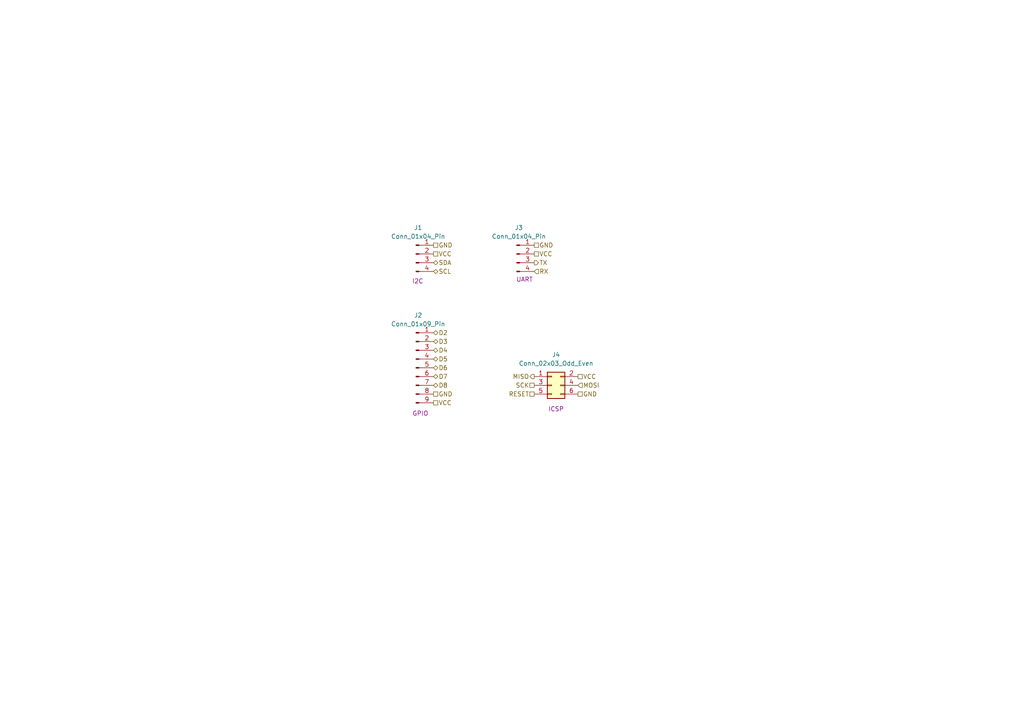
<source format=kicad_sch>
(kicad_sch (version 20231120) (generator "eeschema") (generator_version "8.0")
  (paper "A4")
  (lib_symbols
    (symbol "Connector:Conn_01x04_Pin" (pin_names (offset 1.016) hide)
      (property "Reference" "J" (at 0 5.08 0))
      (property "Value" "Conn_01x04_Pin" (at 0 -7.62 0))
      (symbol "Conn_01x04_Pin_1_1"
        (polyline (pts (xy 1.27 -5.08) (xy 0.8636 -5.08)) (stroke (width 0.1524)))
        (polyline (pts (xy 1.27 -2.54) (xy 0.8636 -2.54)) (stroke (width 0.1524)))
        (polyline (pts (xy 1.27 0) (xy 0.8636 0)) (stroke (width 0.1524)))
        (polyline (pts (xy 1.27 2.54) (xy 0.8636 2.54)) (stroke (width 0.1524)))
        (rectangle (start 0.8636 -4.953) (end 0 -5.207) (stroke (width 0.1524)) (fill (type outline)))
        (rectangle (start 0.8636 -2.413) (end 0 -2.667) (stroke (width 0.1524)) (fill (type outline)))
        (rectangle (start 0.8636 0.127) (end 0 -0.127) (stroke (width 0.1524)) (fill (type outline)))
        (rectangle (start 0.8636 2.667) (end 0 2.413) (stroke (width 0.1524)) (fill (type outline)))
        (pin passive line (at 5.08 2.54 180) (length 3.81) (name "Pin_1") (number "1"))
        (pin passive line (at 5.08 0 180) (length 3.81) (name "Pin_2") (number "2"))
        (pin passive line (at 5.08 -2.54 180) (length 3.81) (name "Pin_3") (number "3"))
        (pin passive line (at 5.08 -5.08 180) (length 3.81) (name "Pin_4") (number "4"))
      )
    )
    (symbol "Connector:Conn_01x09_Pin" (pin_names (offset 1.016) hide)
      (property "Reference" "J" (at 0 12.7 0))
      (property "Value" "Conn_01x09_Pin" (at 0 -12.7 0))
      (symbol "Conn_01x09_Pin_1_1"
        (polyline (pts (xy 1.27 -10.16) (xy 0.8636 -10.16)) (stroke (width 0.1524)))
        (polyline (pts (xy 1.27 -7.62) (xy 0.8636 -7.62)) (stroke (width 0.1524)))
        (polyline (pts (xy 1.27 -5.08) (xy 0.8636 -5.08)) (stroke (width 0.1524)))
        (polyline (pts (xy 1.27 -2.54) (xy 0.8636 -2.54)) (stroke (width 0.1524)))
        (polyline (pts (xy 1.27 0) (xy 0.8636 0)) (stroke (width 0.1524)))
        (polyline (pts (xy 1.27 2.54) (xy 0.8636 2.54)) (stroke (width 0.1524)))
        (polyline (pts (xy 1.27 5.08) (xy 0.8636 5.08)) (stroke (width 0.1524)))
        (polyline (pts (xy 1.27 7.62) (xy 0.8636 7.62)) (stroke (width 0.1524)))
        (polyline (pts (xy 1.27 10.16) (xy 0.8636 10.16)) (stroke (width 0.1524)))
        (rectangle (start 0.8636 -10.033) (end 0 -10.287) (stroke (width 0.1524)) (fill (type outline)))
        (rectangle (start 0.8636 -7.493) (end 0 -7.747) (stroke (width 0.1524)) (fill (type outline)))
        (rectangle (start 0.8636 -4.953) (end 0 -5.207) (stroke (width 0.1524)) (fill (type outline)))
        (rectangle (start 0.8636 -2.413) (end 0 -2.667) (stroke (width 0.1524)) (fill (type outline)))
        (rectangle (start 0.8636 0.127) (end 0 -0.127) (stroke (width 0.1524)) (fill (type outline)))
        (rectangle (start 0.8636 2.667) (end 0 2.413) (stroke (width 0.1524)) (fill (type outline)))
        (rectangle (start 0.8636 5.207) (end 0 4.953) (stroke (width 0.1524)) (fill (type outline)))
        (rectangle (start 0.8636 7.747) (end 0 7.493) (stroke (width 0.1524)) (fill (type outline)))
        (rectangle (start 0.8636 10.287) (end 0 10.033) (stroke (width 0.1524)) (fill (type outline)))
        (pin passive line (at 5.08 10.16 180) (length 3.81) (name "Pin_1") (number "1"))
        (pin passive line (at 5.08 7.62 180) (length 3.81) (name "Pin_2") (number "2"))
        (pin passive line (at 5.08 5.08 180) (length 3.81) (name "Pin_3") (number "3"))
        (pin passive line (at 5.08 2.54 180) (length 3.81) (name "Pin_4") (number "4"))
        (pin passive line (at 5.08 0 180) (length 3.81) (name "Pin_5") (number "5"))
        (pin passive line (at 5.08 -2.54 180) (length 3.81) (name "Pin_6") (number "6"))
        (pin passive line (at 5.08 -5.08 180) (length 3.81) (name "Pin_7") (number "7"))
        (pin passive line (at 5.08 -7.62 180) (length 3.81) (name "Pin_8") (number "8"))
        (pin passive line (at 5.08 -10.16 180) (length 3.81) (name "Pin_9") (number "9"))
      )
    )
    (symbol "Connector_Generic:Conn_02x03_Odd_Even" (pin_names (offset 1.016) hide)
      (property "Reference" "J" (at 1.27 5.08 0))
      (property "Value" "Conn_02x03_Odd_Even" (at 1.27 -5.08 0))
      (symbol "Conn_02x03_Odd_Even_1_1"
        (rectangle (start -1.27 -2.413) (end 0 -2.667) (stroke (width 0.1524)))
        (rectangle (start -1.27 0.127) (end 0 -0.127) (stroke (width 0.1524)))
        (rectangle (start -1.27 2.667) (end 0 2.413) (stroke (width 0.1524)))
        (rectangle (start -1.27 3.81) (end 3.81 -3.81) (stroke (width 0.254)) (fill (type background)))
        (rectangle (start 3.81 -2.413) (end 2.54 -2.667) (stroke (width 0.1524)))
        (rectangle (start 3.81 0.127) (end 2.54 -0.127) (stroke (width 0.1524)))
        (rectangle (start 3.81 2.667) (end 2.54 2.413) (stroke (width 0.1524)))
        (pin passive line (at -5.08 2.54 0) (length 3.81) (name "Pin_1") (number "1"))
        (pin passive line (at 7.62 2.54 180) (length 3.81) (name "Pin_2") (number "2"))
        (pin passive line (at -5.08 0 0) (length 3.81) (name "Pin_3") (number "3"))
        (pin passive line (at 7.62 0 180) (length 3.81) (name "Pin_4") (number "4"))
        (pin passive line (at -5.08 -2.54 0) (length 3.81) (name "Pin_5") (number "5"))
        (pin passive line (at 7.62 -2.54 180) (length 3.81) (name "Pin_6") (number "6"))
      )
    )
  )
  (hierarchical_label "D2" (shape bidirectional) (at 125.73 96.52 0))
  (hierarchical_label "VCC" (shape passive) (at 125.73 73.66 0))
  (hierarchical_label "RX" (shape input) (at 154.94 78.74 0))
  (hierarchical_label "SCL" (shape bidirectional) (at 125.73 78.74 0))
  (hierarchical_label "VCC" (shape passive) (at 154.94 73.66 0))
  (hierarchical_label "D3" (shape bidirectional) (at 125.73 99.06 0))
  (hierarchical_label "D8" (shape bidirectional) (at 125.73 111.76 0))
  (hierarchical_label "GND" (shape passive) (at 125.73 114.3 0))
  (hierarchical_label "MISO" (shape output) (at 154.94 109.22 180))
  (hierarchical_label "VCC" (shape passive) (at 167.64 109.22 0))
  (hierarchical_label "RESET" (shape passive) (at 154.94 114.3 180))
  (hierarchical_label "VCC" (shape passive) (at 125.73 116.84 0))
  (hierarchical_label "GND" (shape passive) (at 167.64 114.3 0))
  (hierarchical_label "D5" (shape bidirectional) (at 125.73 104.14 0))
  (hierarchical_label "SDA" (shape bidirectional) (at 125.73 76.2 0))
  (hierarchical_label "GND" (shape passive) (at 125.73 71.12 0))
  (hierarchical_label "MOSI" (shape input) (at 167.64 111.76 0))
  (hierarchical_label "SCK" (shape passive) (at 154.94 111.76 180))
  (hierarchical_label "D4" (shape bidirectional) (at 125.73 101.6 0))
  (hierarchical_label "GND" (shape passive) (at 154.94 71.12 0))
  (hierarchical_label "D7" (shape bidirectional) (at 125.73 109.22 0))
  (hierarchical_label "TX" (shape output) (at 154.94 76.2 0))
  (hierarchical_label "D6" (shape bidirectional) (at 125.73 106.68 0))
  (symbol (lib_id "Connector:Conn_01x04_Pin") (at 149.86 73.66 0) (unit 1)
    (property "Reference" "J3" (at 150.495 66.04 0))
    (property "Value" "Conn_01x04_Pin" (at 150.495 68.58 0))
    (property "Footprint" "Connector_PinHeader_2.54mm:PinHeader_1x04_P2.54mm_Vertical" (effects (hide yes)))
    (property "Description" "Generic connector, single row, 01x04, script generated" (effects (hide yes)))
    (property "Comments" "UART" (at 152.146 81.026 0))
  )
  (symbol (lib_id "Connector_Generic:Conn_02x03_Odd_Even") (at 160.02 111.76 0) (unit 1)
    (property "Reference" "J4" (at 161.29 102.87 0))
    (property "Value" "Conn_02x03_Odd_Even" (at 161.29 105.41 0))
    (property "Footprint" "Connector_PinHeader_2.54mm:PinHeader_2x03_P2.54mm_Vertical" (effects (hide yes)))
    (property "Description" "Generic connector, double row, 02x03, odd/even pin numbering scheme (row 1 odd numbers, row 2 even numbers), script generated (kicad-library-utils/schlib/autogen/connector/)" (effects (hide yes)))
    (property "Comments" "ICSP" (at 161.29 118.618 0))
  )
  (symbol (lib_id "Connector:Conn_01x09_Pin") (at 120.65 106.68 0) (unit 1)
    (property "Reference" "J2" (at 121.285 91.44 0))
    (property "Value" "Conn_01x09_Pin" (at 121.285 93.98 0))
    (property "Footprint" "Connector_PinHeader_2.54mm:PinHeader_1x09_P2.54mm_Vertical" (effects (hide yes)))
    (property "Description" "Generic connector, single row, 01x09, script generated" (effects (hide yes)))
    (property "Comments" "GPIO" (at 121.92 119.888 0))
  )
  (symbol (lib_id "Connector:Conn_01x04_Pin") (at 120.65 73.66 0) (unit 1)
    (property "Reference" "J1" (at 121.285 66.04 0))
    (property "Value" "Conn_01x04_Pin" (at 121.285 68.58 0))
    (property "Footprint" "Connector_PinHeader_2.54mm:PinHeader_1x04_P2.54mm_Vertical" (effects (hide yes)))
    (property "Description" "Generic connector, single row, 01x04, script generated" (effects (hide yes)))
    (property "Comments" "I2C" (at 121.158 81.534 0))
  )
)
</source>
